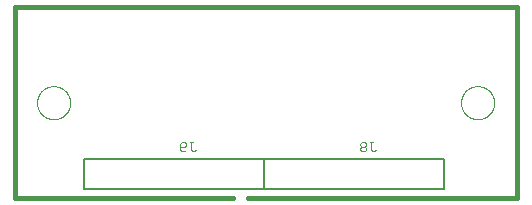
<source format=gbo>
G75*
%MOIN*%
%OFA0B0*%
%FSLAX25Y25*%
%IPPOS*%
%LPD*%
%AMOC8*
5,1,8,0,0,1.08239X$1,22.5*
%
%ADD10C,0.01600*%
%ADD11C,0.00000*%
%ADD12C,0.00500*%
%ADD13C,0.00400*%
D10*
X0001800Y0033343D02*
X0074300Y0033343D01*
X0079550Y0033343D02*
X0169050Y0033343D01*
X0169050Y0096843D01*
X0001800Y0096843D01*
X0001800Y0033343D01*
D11*
X0009117Y0065000D02*
X0009119Y0065148D01*
X0009125Y0065296D01*
X0009135Y0065444D01*
X0009149Y0065591D01*
X0009167Y0065738D01*
X0009188Y0065884D01*
X0009214Y0066030D01*
X0009244Y0066175D01*
X0009277Y0066319D01*
X0009315Y0066462D01*
X0009356Y0066604D01*
X0009401Y0066745D01*
X0009449Y0066885D01*
X0009502Y0067024D01*
X0009558Y0067161D01*
X0009618Y0067296D01*
X0009681Y0067430D01*
X0009748Y0067562D01*
X0009819Y0067692D01*
X0009893Y0067820D01*
X0009970Y0067946D01*
X0010051Y0068070D01*
X0010135Y0068192D01*
X0010222Y0068311D01*
X0010313Y0068428D01*
X0010407Y0068543D01*
X0010503Y0068655D01*
X0010603Y0068765D01*
X0010705Y0068871D01*
X0010811Y0068975D01*
X0010919Y0069076D01*
X0011030Y0069174D01*
X0011143Y0069270D01*
X0011259Y0069362D01*
X0011377Y0069451D01*
X0011498Y0069536D01*
X0011621Y0069619D01*
X0011746Y0069698D01*
X0011873Y0069774D01*
X0012002Y0069846D01*
X0012133Y0069915D01*
X0012266Y0069980D01*
X0012401Y0070041D01*
X0012537Y0070099D01*
X0012674Y0070154D01*
X0012813Y0070204D01*
X0012954Y0070251D01*
X0013095Y0070294D01*
X0013238Y0070334D01*
X0013382Y0070369D01*
X0013526Y0070401D01*
X0013672Y0070428D01*
X0013818Y0070452D01*
X0013965Y0070472D01*
X0014112Y0070488D01*
X0014259Y0070500D01*
X0014407Y0070508D01*
X0014555Y0070512D01*
X0014703Y0070512D01*
X0014851Y0070508D01*
X0014999Y0070500D01*
X0015146Y0070488D01*
X0015293Y0070472D01*
X0015440Y0070452D01*
X0015586Y0070428D01*
X0015732Y0070401D01*
X0015876Y0070369D01*
X0016020Y0070334D01*
X0016163Y0070294D01*
X0016304Y0070251D01*
X0016445Y0070204D01*
X0016584Y0070154D01*
X0016721Y0070099D01*
X0016857Y0070041D01*
X0016992Y0069980D01*
X0017125Y0069915D01*
X0017256Y0069846D01*
X0017385Y0069774D01*
X0017512Y0069698D01*
X0017637Y0069619D01*
X0017760Y0069536D01*
X0017881Y0069451D01*
X0017999Y0069362D01*
X0018115Y0069270D01*
X0018228Y0069174D01*
X0018339Y0069076D01*
X0018447Y0068975D01*
X0018553Y0068871D01*
X0018655Y0068765D01*
X0018755Y0068655D01*
X0018851Y0068543D01*
X0018945Y0068428D01*
X0019036Y0068311D01*
X0019123Y0068192D01*
X0019207Y0068070D01*
X0019288Y0067946D01*
X0019365Y0067820D01*
X0019439Y0067692D01*
X0019510Y0067562D01*
X0019577Y0067430D01*
X0019640Y0067296D01*
X0019700Y0067161D01*
X0019756Y0067024D01*
X0019809Y0066885D01*
X0019857Y0066745D01*
X0019902Y0066604D01*
X0019943Y0066462D01*
X0019981Y0066319D01*
X0020014Y0066175D01*
X0020044Y0066030D01*
X0020070Y0065884D01*
X0020091Y0065738D01*
X0020109Y0065591D01*
X0020123Y0065444D01*
X0020133Y0065296D01*
X0020139Y0065148D01*
X0020141Y0065000D01*
X0020139Y0064852D01*
X0020133Y0064704D01*
X0020123Y0064556D01*
X0020109Y0064409D01*
X0020091Y0064262D01*
X0020070Y0064116D01*
X0020044Y0063970D01*
X0020014Y0063825D01*
X0019981Y0063681D01*
X0019943Y0063538D01*
X0019902Y0063396D01*
X0019857Y0063255D01*
X0019809Y0063115D01*
X0019756Y0062976D01*
X0019700Y0062839D01*
X0019640Y0062704D01*
X0019577Y0062570D01*
X0019510Y0062438D01*
X0019439Y0062308D01*
X0019365Y0062180D01*
X0019288Y0062054D01*
X0019207Y0061930D01*
X0019123Y0061808D01*
X0019036Y0061689D01*
X0018945Y0061572D01*
X0018851Y0061457D01*
X0018755Y0061345D01*
X0018655Y0061235D01*
X0018553Y0061129D01*
X0018447Y0061025D01*
X0018339Y0060924D01*
X0018228Y0060826D01*
X0018115Y0060730D01*
X0017999Y0060638D01*
X0017881Y0060549D01*
X0017760Y0060464D01*
X0017637Y0060381D01*
X0017512Y0060302D01*
X0017385Y0060226D01*
X0017256Y0060154D01*
X0017125Y0060085D01*
X0016992Y0060020D01*
X0016857Y0059959D01*
X0016721Y0059901D01*
X0016584Y0059846D01*
X0016445Y0059796D01*
X0016304Y0059749D01*
X0016163Y0059706D01*
X0016020Y0059666D01*
X0015876Y0059631D01*
X0015732Y0059599D01*
X0015586Y0059572D01*
X0015440Y0059548D01*
X0015293Y0059528D01*
X0015146Y0059512D01*
X0014999Y0059500D01*
X0014851Y0059492D01*
X0014703Y0059488D01*
X0014555Y0059488D01*
X0014407Y0059492D01*
X0014259Y0059500D01*
X0014112Y0059512D01*
X0013965Y0059528D01*
X0013818Y0059548D01*
X0013672Y0059572D01*
X0013526Y0059599D01*
X0013382Y0059631D01*
X0013238Y0059666D01*
X0013095Y0059706D01*
X0012954Y0059749D01*
X0012813Y0059796D01*
X0012674Y0059846D01*
X0012537Y0059901D01*
X0012401Y0059959D01*
X0012266Y0060020D01*
X0012133Y0060085D01*
X0012002Y0060154D01*
X0011873Y0060226D01*
X0011746Y0060302D01*
X0011621Y0060381D01*
X0011498Y0060464D01*
X0011377Y0060549D01*
X0011259Y0060638D01*
X0011143Y0060730D01*
X0011030Y0060826D01*
X0010919Y0060924D01*
X0010811Y0061025D01*
X0010705Y0061129D01*
X0010603Y0061235D01*
X0010503Y0061345D01*
X0010407Y0061457D01*
X0010313Y0061572D01*
X0010222Y0061689D01*
X0010135Y0061808D01*
X0010051Y0061930D01*
X0009970Y0062054D01*
X0009893Y0062180D01*
X0009819Y0062308D01*
X0009748Y0062438D01*
X0009681Y0062570D01*
X0009618Y0062704D01*
X0009558Y0062839D01*
X0009502Y0062976D01*
X0009449Y0063115D01*
X0009401Y0063255D01*
X0009356Y0063396D01*
X0009315Y0063538D01*
X0009277Y0063681D01*
X0009244Y0063825D01*
X0009214Y0063970D01*
X0009188Y0064116D01*
X0009167Y0064262D01*
X0009149Y0064409D01*
X0009135Y0064556D01*
X0009125Y0064704D01*
X0009119Y0064852D01*
X0009117Y0065000D01*
X0150455Y0065008D02*
X0150457Y0065156D01*
X0150463Y0065304D01*
X0150473Y0065452D01*
X0150487Y0065599D01*
X0150505Y0065746D01*
X0150526Y0065892D01*
X0150552Y0066038D01*
X0150582Y0066183D01*
X0150615Y0066327D01*
X0150653Y0066470D01*
X0150694Y0066612D01*
X0150739Y0066753D01*
X0150787Y0066893D01*
X0150840Y0067032D01*
X0150896Y0067169D01*
X0150956Y0067304D01*
X0151019Y0067438D01*
X0151086Y0067570D01*
X0151157Y0067700D01*
X0151231Y0067828D01*
X0151308Y0067954D01*
X0151389Y0068078D01*
X0151473Y0068200D01*
X0151560Y0068319D01*
X0151651Y0068436D01*
X0151745Y0068551D01*
X0151841Y0068663D01*
X0151941Y0068773D01*
X0152043Y0068879D01*
X0152149Y0068983D01*
X0152257Y0069084D01*
X0152368Y0069182D01*
X0152481Y0069278D01*
X0152597Y0069370D01*
X0152715Y0069459D01*
X0152836Y0069544D01*
X0152959Y0069627D01*
X0153084Y0069706D01*
X0153211Y0069782D01*
X0153340Y0069854D01*
X0153471Y0069923D01*
X0153604Y0069988D01*
X0153739Y0070049D01*
X0153875Y0070107D01*
X0154012Y0070162D01*
X0154151Y0070212D01*
X0154292Y0070259D01*
X0154433Y0070302D01*
X0154576Y0070342D01*
X0154720Y0070377D01*
X0154864Y0070409D01*
X0155010Y0070436D01*
X0155156Y0070460D01*
X0155303Y0070480D01*
X0155450Y0070496D01*
X0155597Y0070508D01*
X0155745Y0070516D01*
X0155893Y0070520D01*
X0156041Y0070520D01*
X0156189Y0070516D01*
X0156337Y0070508D01*
X0156484Y0070496D01*
X0156631Y0070480D01*
X0156778Y0070460D01*
X0156924Y0070436D01*
X0157070Y0070409D01*
X0157214Y0070377D01*
X0157358Y0070342D01*
X0157501Y0070302D01*
X0157642Y0070259D01*
X0157783Y0070212D01*
X0157922Y0070162D01*
X0158059Y0070107D01*
X0158195Y0070049D01*
X0158330Y0069988D01*
X0158463Y0069923D01*
X0158594Y0069854D01*
X0158723Y0069782D01*
X0158850Y0069706D01*
X0158975Y0069627D01*
X0159098Y0069544D01*
X0159219Y0069459D01*
X0159337Y0069370D01*
X0159453Y0069278D01*
X0159566Y0069182D01*
X0159677Y0069084D01*
X0159785Y0068983D01*
X0159891Y0068879D01*
X0159993Y0068773D01*
X0160093Y0068663D01*
X0160189Y0068551D01*
X0160283Y0068436D01*
X0160374Y0068319D01*
X0160461Y0068200D01*
X0160545Y0068078D01*
X0160626Y0067954D01*
X0160703Y0067828D01*
X0160777Y0067700D01*
X0160848Y0067570D01*
X0160915Y0067438D01*
X0160978Y0067304D01*
X0161038Y0067169D01*
X0161094Y0067032D01*
X0161147Y0066893D01*
X0161195Y0066753D01*
X0161240Y0066612D01*
X0161281Y0066470D01*
X0161319Y0066327D01*
X0161352Y0066183D01*
X0161382Y0066038D01*
X0161408Y0065892D01*
X0161429Y0065746D01*
X0161447Y0065599D01*
X0161461Y0065452D01*
X0161471Y0065304D01*
X0161477Y0065156D01*
X0161479Y0065008D01*
X0161477Y0064860D01*
X0161471Y0064712D01*
X0161461Y0064564D01*
X0161447Y0064417D01*
X0161429Y0064270D01*
X0161408Y0064124D01*
X0161382Y0063978D01*
X0161352Y0063833D01*
X0161319Y0063689D01*
X0161281Y0063546D01*
X0161240Y0063404D01*
X0161195Y0063263D01*
X0161147Y0063123D01*
X0161094Y0062984D01*
X0161038Y0062847D01*
X0160978Y0062712D01*
X0160915Y0062578D01*
X0160848Y0062446D01*
X0160777Y0062316D01*
X0160703Y0062188D01*
X0160626Y0062062D01*
X0160545Y0061938D01*
X0160461Y0061816D01*
X0160374Y0061697D01*
X0160283Y0061580D01*
X0160189Y0061465D01*
X0160093Y0061353D01*
X0159993Y0061243D01*
X0159891Y0061137D01*
X0159785Y0061033D01*
X0159677Y0060932D01*
X0159566Y0060834D01*
X0159453Y0060738D01*
X0159337Y0060646D01*
X0159219Y0060557D01*
X0159098Y0060472D01*
X0158975Y0060389D01*
X0158850Y0060310D01*
X0158723Y0060234D01*
X0158594Y0060162D01*
X0158463Y0060093D01*
X0158330Y0060028D01*
X0158195Y0059967D01*
X0158059Y0059909D01*
X0157922Y0059854D01*
X0157783Y0059804D01*
X0157642Y0059757D01*
X0157501Y0059714D01*
X0157358Y0059674D01*
X0157214Y0059639D01*
X0157070Y0059607D01*
X0156924Y0059580D01*
X0156778Y0059556D01*
X0156631Y0059536D01*
X0156484Y0059520D01*
X0156337Y0059508D01*
X0156189Y0059500D01*
X0156041Y0059496D01*
X0155893Y0059496D01*
X0155745Y0059500D01*
X0155597Y0059508D01*
X0155450Y0059520D01*
X0155303Y0059536D01*
X0155156Y0059556D01*
X0155010Y0059580D01*
X0154864Y0059607D01*
X0154720Y0059639D01*
X0154576Y0059674D01*
X0154433Y0059714D01*
X0154292Y0059757D01*
X0154151Y0059804D01*
X0154012Y0059854D01*
X0153875Y0059909D01*
X0153739Y0059967D01*
X0153604Y0060028D01*
X0153471Y0060093D01*
X0153340Y0060162D01*
X0153211Y0060234D01*
X0153084Y0060310D01*
X0152959Y0060389D01*
X0152836Y0060472D01*
X0152715Y0060557D01*
X0152597Y0060646D01*
X0152481Y0060738D01*
X0152368Y0060834D01*
X0152257Y0060932D01*
X0152149Y0061033D01*
X0152043Y0061137D01*
X0151941Y0061243D01*
X0151841Y0061353D01*
X0151745Y0061465D01*
X0151651Y0061580D01*
X0151560Y0061697D01*
X0151473Y0061816D01*
X0151389Y0061938D01*
X0151308Y0062062D01*
X0151231Y0062188D01*
X0151157Y0062316D01*
X0151086Y0062446D01*
X0151019Y0062578D01*
X0150956Y0062712D01*
X0150896Y0062847D01*
X0150840Y0062984D01*
X0150787Y0063123D01*
X0150739Y0063263D01*
X0150694Y0063404D01*
X0150653Y0063546D01*
X0150615Y0063689D01*
X0150582Y0063833D01*
X0150552Y0063978D01*
X0150526Y0064124D01*
X0150505Y0064270D01*
X0150487Y0064417D01*
X0150473Y0064564D01*
X0150463Y0064712D01*
X0150457Y0064860D01*
X0150455Y0065008D01*
D12*
X0144800Y0046093D02*
X0084800Y0046093D01*
X0024800Y0046093D01*
X0024800Y0036093D01*
X0084800Y0036093D01*
X0084800Y0046093D01*
X0084800Y0036093D01*
X0144800Y0036093D01*
X0144800Y0046093D01*
D13*
X0122100Y0049310D02*
X0121583Y0048793D01*
X0121066Y0048793D01*
X0120549Y0049310D01*
X0120549Y0051895D01*
X0121066Y0051895D02*
X0120032Y0051895D01*
X0118877Y0051378D02*
X0118877Y0050861D01*
X0118360Y0050344D01*
X0117326Y0050344D01*
X0116809Y0049827D01*
X0116809Y0049310D01*
X0117326Y0048793D01*
X0118360Y0048793D01*
X0118877Y0049310D01*
X0118877Y0049827D01*
X0118360Y0050344D01*
X0117326Y0050344D02*
X0116809Y0050861D01*
X0116809Y0051378D01*
X0117326Y0051895D01*
X0118360Y0051895D01*
X0118877Y0051378D01*
X0062100Y0049310D02*
X0061583Y0048793D01*
X0061066Y0048793D01*
X0060549Y0049310D01*
X0060549Y0051895D01*
X0061066Y0051895D02*
X0060032Y0051895D01*
X0058877Y0051378D02*
X0058877Y0050861D01*
X0058360Y0050344D01*
X0056809Y0050344D01*
X0056809Y0049310D02*
X0056809Y0051378D01*
X0057326Y0051895D01*
X0058360Y0051895D01*
X0058877Y0051378D01*
X0058877Y0049310D02*
X0058360Y0048793D01*
X0057326Y0048793D01*
X0056809Y0049310D01*
M02*

</source>
